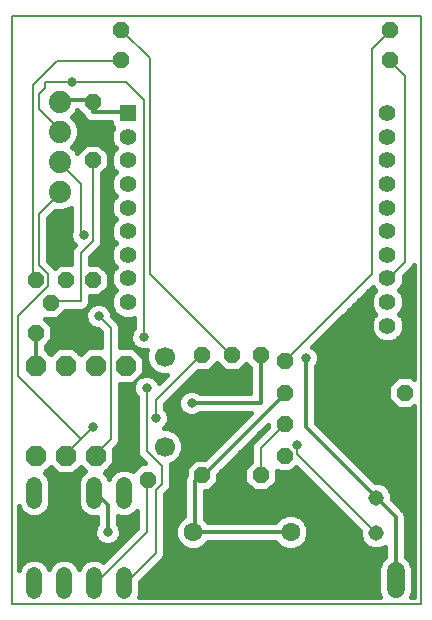
<source format=gtl>
G75*
%MOIN*%
%OFA0B0*%
%FSLAX24Y24*%
%IPPOS*%
%LPD*%
%AMOC8*
5,1,8,0,0,1.08239X$1,22.5*
%
%ADD10C,0.0080*%
%ADD11C,0.0560*%
%ADD12R,0.0560X0.0560*%
%ADD13C,0.0740*%
%ADD14OC8,0.0680*%
%ADD15OC8,0.0560*%
%ADD16OC8,0.0520*%
%ADD17C,0.0600*%
%ADD18C,0.0515*%
%ADD19C,0.0669*%
%ADD20OC8,0.0630*%
%ADD21C,0.0630*%
%ADD22C,0.0520*%
%ADD23C,0.0120*%
%ADD24C,0.0320*%
%ADD25C,0.0160*%
D10*
X002979Y000787D02*
X002979Y020387D01*
X016629Y020387D01*
X016629Y000787D01*
X002979Y000787D01*
X005729Y001487D02*
X005779Y001487D01*
X007479Y003187D01*
X007479Y004887D01*
X007529Y004937D01*
X007779Y004587D02*
X007979Y004787D01*
X007979Y005387D01*
X007479Y005887D01*
X007479Y007987D01*
X007779Y007587D02*
X007779Y006987D01*
X007779Y007587D02*
X009279Y009087D01*
X009329Y009087D01*
X010279Y009087D02*
X010329Y009087D01*
X010279Y009087D02*
X007579Y011787D01*
X007579Y018987D01*
X006629Y019937D01*
X006629Y018937D02*
X006579Y018887D01*
X004479Y018887D01*
X003679Y018087D01*
X003679Y011687D01*
X003779Y011587D01*
X004179Y011387D02*
X003179Y010387D01*
X003179Y008387D01*
X005279Y006287D01*
X005679Y006687D01*
X005279Y006287D02*
X004779Y005787D01*
X004779Y005737D01*
X005779Y005737D02*
X005779Y005787D01*
X006279Y006287D01*
X006279Y009987D01*
X005879Y010387D01*
X005279Y010887D02*
X005279Y012487D01*
X005679Y012887D01*
X005679Y015587D01*
X005279Y014787D02*
X004579Y015487D01*
X004579Y015537D01*
X004579Y014537D02*
X004579Y014487D01*
X003879Y013787D01*
X003879Y012087D01*
X004179Y011787D01*
X004179Y011387D01*
X004279Y010887D02*
X004279Y010837D01*
X004279Y010887D02*
X005279Y010887D01*
X005379Y013087D02*
X005279Y013187D01*
X005279Y014787D01*
X004579Y016537D02*
X004579Y016587D01*
X003879Y017287D01*
X003879Y017787D01*
X004079Y017987D01*
X004079Y018187D01*
X004979Y018187D01*
X006779Y018187D01*
X007379Y017587D01*
X007379Y009687D01*
X007779Y004587D02*
X007779Y002487D01*
X006779Y001487D01*
X006729Y001487D01*
X011279Y005087D02*
X011279Y005987D01*
X012079Y006787D01*
X012479Y006087D02*
X012479Y005787D01*
X015079Y003187D01*
X015129Y003147D01*
X012079Y008887D02*
X014979Y011787D01*
X014979Y019287D01*
X015579Y019887D01*
X015579Y019937D01*
X015579Y018937D02*
X015579Y018887D01*
X016079Y018387D01*
X016079Y012187D01*
X015579Y011687D01*
X015510Y011641D01*
D11*
X015510Y011641D03*
X015510Y012428D03*
X015510Y013216D03*
X015510Y014003D03*
X015510Y014791D03*
X015510Y015578D03*
X015510Y016365D03*
X015510Y017153D03*
X015510Y010854D03*
X015510Y010066D03*
X006848Y010066D03*
X006848Y010854D03*
X006848Y011641D03*
X006848Y012428D03*
X006848Y013216D03*
X006848Y014003D03*
X006848Y014791D03*
X006848Y015578D03*
X006848Y016365D03*
D12*
X006848Y017153D03*
D13*
X004579Y017537D03*
X004579Y016537D03*
X004579Y015537D03*
X004579Y014537D03*
X004579Y013537D03*
D14*
X004779Y008737D03*
X003779Y008737D03*
X005779Y008737D03*
X006779Y008737D03*
X006779Y005737D03*
X005779Y005737D03*
X004779Y005737D03*
X003779Y005737D03*
D15*
X003779Y009837D03*
X004779Y009837D03*
X007529Y004937D03*
X008529Y004937D03*
X005679Y016537D03*
X005679Y017537D03*
D16*
X006629Y018937D03*
X006629Y019937D03*
X005679Y015587D03*
X005679Y011587D03*
X004779Y011587D03*
X004279Y010837D03*
X003779Y011587D03*
X009329Y009087D03*
X010329Y009087D03*
X011279Y009087D03*
X012079Y008887D03*
X012079Y007837D03*
X012079Y006787D03*
X012079Y005737D03*
X011279Y005087D03*
X010329Y005087D03*
X009329Y005087D03*
X016079Y005737D03*
X016079Y006787D03*
X016079Y007837D03*
X016079Y008887D03*
X015579Y018937D03*
X015579Y019937D03*
D17*
X015779Y001887D02*
X015779Y001287D01*
X014779Y001287D02*
X014779Y001887D01*
D18*
X015129Y003147D03*
X015129Y004328D03*
D19*
X008079Y006037D03*
X008079Y009037D03*
D20*
X009029Y001787D03*
X012279Y001787D03*
D21*
X012279Y003187D03*
X009029Y003187D03*
D22*
X006729Y004227D02*
X006729Y004747D01*
X005729Y004747D02*
X005729Y004227D01*
X004729Y004227D02*
X004729Y004747D01*
X003729Y004747D02*
X003729Y004227D01*
X003729Y001747D02*
X003729Y001227D01*
X004729Y001227D02*
X004729Y001747D01*
X005729Y001747D02*
X005729Y001227D01*
X006729Y001227D02*
X006729Y001747D01*
D23*
X006179Y003187D02*
X006179Y004087D01*
X005779Y004487D01*
X005729Y004487D01*
X006779Y005737D02*
X006779Y007887D01*
X007379Y008487D01*
X007379Y008987D01*
X006879Y009487D01*
X006879Y009987D01*
X006848Y010066D01*
X006779Y010087D01*
X006279Y010587D01*
X006279Y013587D01*
X006279Y015887D01*
X005679Y016487D01*
X005679Y016537D01*
X005679Y017187D02*
X005679Y017537D01*
X005679Y017587D01*
X004579Y017587D01*
X004579Y017537D01*
X005679Y017187D02*
X006779Y017187D01*
X006848Y017153D01*
X003779Y009837D02*
X003779Y008737D01*
X008479Y003987D02*
X008179Y003687D01*
X008179Y002587D01*
X008979Y001787D01*
X009029Y001787D01*
X012279Y001787D01*
X012279Y003187D02*
X009079Y003187D01*
X009029Y003187D01*
X009079Y003187D02*
X009079Y004887D01*
X009279Y005087D01*
X009329Y005087D01*
X009379Y005087D01*
X012079Y007787D01*
X012079Y007837D01*
X011279Y007487D02*
X011279Y009087D01*
X011279Y007487D02*
X008979Y007487D01*
X008529Y004937D02*
X008479Y004887D01*
X008479Y003987D01*
X012779Y006687D02*
X012779Y008987D01*
X012779Y006687D02*
X015079Y004387D01*
X015129Y004328D01*
X015179Y004287D01*
X015779Y003687D01*
X015779Y001587D01*
X016079Y005737D02*
X016079Y006787D01*
X015479Y007387D01*
X015479Y008287D01*
X016079Y008887D01*
D24*
X012779Y008987D03*
X012479Y006087D03*
X008979Y007487D03*
X007779Y006987D03*
X007479Y007987D03*
X007379Y009687D03*
X005879Y010387D03*
X005379Y013087D03*
X006279Y013587D03*
X004979Y018187D03*
X005679Y006687D03*
X006179Y003187D03*
X008179Y003687D03*
D25*
X008099Y003620D02*
X008620Y003620D01*
X008692Y003692D02*
X008525Y003524D01*
X008434Y003306D01*
X008434Y003069D01*
X008525Y002850D01*
X008692Y002683D01*
X008911Y002592D01*
X009147Y002592D01*
X009366Y002683D01*
X009530Y002847D01*
X011778Y002847D01*
X011942Y002683D01*
X012161Y002592D01*
X012397Y002592D01*
X012616Y002683D01*
X012783Y002850D01*
X012874Y003069D01*
X012874Y003306D01*
X012783Y003524D01*
X012616Y003692D01*
X012397Y003782D01*
X012161Y003782D01*
X011942Y003692D01*
X011778Y003527D01*
X009530Y003527D01*
X009419Y003639D01*
X009419Y004547D01*
X009553Y004547D01*
X009869Y004864D01*
X009869Y005097D01*
X011539Y006767D01*
X011539Y006700D01*
X011098Y006259D01*
X011008Y006169D01*
X010959Y006051D01*
X010959Y005531D01*
X010739Y005311D01*
X010739Y004864D01*
X011055Y004547D01*
X011503Y004547D01*
X011819Y004864D01*
X011819Y005234D01*
X011855Y005197D01*
X012303Y005197D01*
X012460Y005354D01*
X014592Y003222D01*
X014592Y003040D01*
X014673Y002842D01*
X014825Y002691D01*
X015022Y002609D01*
X015236Y002609D01*
X015433Y002691D01*
X015439Y002697D01*
X015439Y002368D01*
X015287Y002216D01*
X015199Y002003D01*
X015199Y001172D01*
X015259Y001027D01*
X007231Y001027D01*
X007269Y001120D01*
X007269Y001525D01*
X007960Y002216D01*
X008050Y002306D01*
X008099Y002424D01*
X008099Y004455D01*
X008160Y004516D01*
X008250Y004606D01*
X008299Y004724D01*
X008299Y005451D01*
X008295Y005462D01*
X008427Y005516D01*
X008600Y005689D01*
X008694Y005915D01*
X008694Y006160D01*
X008600Y006386D01*
X008427Y006559D01*
X008201Y006652D01*
X008066Y006652D01*
X008152Y006738D01*
X008219Y006900D01*
X008219Y007075D01*
X008152Y007237D01*
X008099Y007290D01*
X008099Y007455D01*
X009192Y008547D01*
X009553Y008547D01*
X009829Y008824D01*
X010105Y008547D01*
X010553Y008547D01*
X010804Y008799D01*
X010939Y008664D01*
X010939Y007827D01*
X009261Y007827D01*
X009228Y007860D01*
X009067Y007927D01*
X008892Y007927D01*
X008730Y007860D01*
X008606Y007737D01*
X008539Y007575D01*
X008539Y007400D01*
X008606Y007238D01*
X008730Y007114D01*
X008892Y007047D01*
X009067Y007047D01*
X009228Y007114D01*
X009261Y007147D01*
X010958Y007147D01*
X009438Y005627D01*
X009105Y005627D01*
X008789Y005311D01*
X008789Y005076D01*
X008739Y004955D01*
X008739Y003711D01*
X008692Y003692D01*
X008739Y003778D02*
X008099Y003778D01*
X008099Y003937D02*
X008739Y003937D01*
X008739Y004095D02*
X008099Y004095D01*
X008099Y004254D02*
X008739Y004254D01*
X008739Y004412D02*
X008099Y004412D01*
X008215Y004571D02*
X008739Y004571D01*
X008739Y004729D02*
X008299Y004729D01*
X008299Y004888D02*
X008739Y004888D01*
X008777Y005046D02*
X008299Y005046D01*
X008299Y005205D02*
X008789Y005205D01*
X008841Y005363D02*
X008299Y005363D01*
X008433Y005522D02*
X009000Y005522D01*
X008591Y005680D02*
X009491Y005680D01*
X009650Y005839D02*
X008662Y005839D01*
X008694Y005997D02*
X009808Y005997D01*
X009967Y006156D02*
X008694Y006156D01*
X008630Y006314D02*
X010125Y006314D01*
X010284Y006473D02*
X008513Y006473D01*
X008251Y006631D02*
X010442Y006631D01*
X010601Y006790D02*
X008173Y006790D01*
X008219Y006948D02*
X010759Y006948D01*
X010918Y007107D02*
X009210Y007107D01*
X008748Y007107D02*
X008206Y007107D01*
X008123Y007265D02*
X008595Y007265D01*
X008539Y007424D02*
X008099Y007424D01*
X008227Y007582D02*
X008542Y007582D01*
X008610Y007741D02*
X008385Y007741D01*
X008544Y007899D02*
X008824Y007899D01*
X008702Y008058D02*
X010939Y008058D01*
X010939Y008216D02*
X008861Y008216D01*
X009019Y008375D02*
X010939Y008375D01*
X010939Y008533D02*
X009178Y008533D01*
X009697Y008692D02*
X009961Y008692D01*
X010697Y008692D02*
X010911Y008692D01*
X010939Y007899D02*
X009134Y007899D01*
X008162Y008423D02*
X007888Y008149D01*
X007852Y008237D01*
X007728Y008360D01*
X007567Y008427D01*
X007392Y008427D01*
X007314Y008395D01*
X007399Y008481D01*
X007399Y008994D01*
X007036Y009357D01*
X006599Y009357D01*
X006599Y010051D01*
X006550Y010169D01*
X006319Y010400D01*
X006319Y010475D01*
X006252Y010637D01*
X006128Y010760D01*
X005967Y010827D01*
X005792Y010827D01*
X005630Y010760D01*
X005506Y010637D01*
X005439Y010475D01*
X005439Y010300D01*
X005506Y010138D01*
X005630Y010014D01*
X005792Y009947D01*
X005866Y009947D01*
X005959Y009855D01*
X005959Y009357D01*
X005522Y009357D01*
X005279Y009114D01*
X005036Y009357D01*
X004522Y009357D01*
X004279Y009114D01*
X004119Y009274D01*
X004119Y009385D01*
X004339Y009605D01*
X004339Y010069D01*
X004111Y010297D01*
X004503Y010297D01*
X004773Y010567D01*
X005343Y010567D01*
X005460Y010616D01*
X005550Y010706D01*
X005599Y010824D01*
X005599Y011047D01*
X005903Y011047D01*
X006219Y011364D01*
X006219Y011811D01*
X005903Y012127D01*
X005599Y012127D01*
X005599Y012355D01*
X005860Y012616D01*
X005950Y012706D01*
X005999Y012824D01*
X005999Y015144D01*
X006219Y015364D01*
X006219Y015811D01*
X005903Y016127D01*
X005455Y016127D01*
X005160Y015832D01*
X005130Y015906D01*
X004998Y016037D01*
X005130Y016169D01*
X005229Y016408D01*
X005229Y016667D01*
X005130Y016906D01*
X004998Y017037D01*
X005130Y017169D01*
X005162Y017247D01*
X005177Y017247D01*
X005363Y017061D01*
X005391Y016995D01*
X005486Y016899D01*
X005611Y016847D01*
X006288Y016847D01*
X006288Y016817D01*
X006331Y016714D01*
X006370Y016675D01*
X006288Y016477D01*
X006288Y016254D01*
X006374Y016048D01*
X006450Y015972D01*
X006374Y015895D01*
X006288Y015689D01*
X006288Y015467D01*
X006374Y015261D01*
X006450Y015184D01*
X006374Y015108D01*
X006288Y014902D01*
X006288Y014679D01*
X006374Y014473D01*
X006450Y014397D01*
X006374Y014320D01*
X006288Y014115D01*
X006288Y013892D01*
X006374Y013686D01*
X006450Y013609D01*
X006374Y013533D01*
X006288Y013327D01*
X006288Y013104D01*
X006374Y012899D01*
X006450Y012822D01*
X006374Y012746D01*
X006288Y012540D01*
X006288Y012317D01*
X006374Y012111D01*
X006450Y012035D01*
X006374Y011958D01*
X006288Y011752D01*
X006288Y011530D01*
X006374Y011324D01*
X006450Y011247D01*
X006374Y011171D01*
X006288Y010965D01*
X006288Y010742D01*
X006374Y010536D01*
X006531Y010379D01*
X006737Y010294D01*
X006960Y010294D01*
X007059Y010335D01*
X007059Y009990D01*
X007006Y009937D01*
X006939Y009775D01*
X006939Y009600D01*
X007006Y009438D01*
X007130Y009314D01*
X007292Y009247D01*
X007467Y009247D01*
X007508Y009265D01*
X007464Y009160D01*
X007464Y008915D01*
X007558Y008689D01*
X007731Y008516D01*
X007957Y008423D01*
X008162Y008423D01*
X008114Y008375D02*
X007693Y008375D01*
X007714Y008533D02*
X007399Y008533D01*
X007399Y008692D02*
X007557Y008692D01*
X007491Y008850D02*
X007399Y008850D01*
X007384Y009009D02*
X007464Y009009D01*
X007468Y009167D02*
X007226Y009167D01*
X007118Y009326D02*
X007067Y009326D01*
X006987Y009484D02*
X006599Y009484D01*
X006599Y009643D02*
X006939Y009643D01*
X006950Y009801D02*
X006599Y009801D01*
X006599Y009960D02*
X007029Y009960D01*
X007059Y010118D02*
X006571Y010118D01*
X006442Y010277D02*
X007059Y010277D01*
X006474Y010435D02*
X006319Y010435D01*
X006350Y010594D02*
X006270Y010594D01*
X006288Y010752D02*
X006136Y010752D01*
X006288Y010911D02*
X005599Y010911D01*
X005622Y010752D02*
X005569Y010752D01*
X005488Y010594D02*
X005407Y010594D01*
X005439Y010435D02*
X004641Y010435D01*
X004290Y010118D02*
X005526Y010118D01*
X005449Y010277D02*
X004131Y010277D01*
X004339Y009960D02*
X005761Y009960D01*
X005959Y009801D02*
X004339Y009801D01*
X004339Y009643D02*
X005959Y009643D01*
X005959Y009484D02*
X004218Y009484D01*
X004119Y009326D02*
X004491Y009326D01*
X004332Y009167D02*
X004226Y009167D01*
X005067Y009326D02*
X005491Y009326D01*
X005332Y009167D02*
X005226Y009167D01*
X006599Y008117D02*
X007036Y008117D01*
X007071Y008153D01*
X007039Y008075D01*
X007039Y007900D01*
X007106Y007738D01*
X007159Y007685D01*
X007159Y005824D01*
X007208Y005706D01*
X007298Y005616D01*
X007416Y005497D01*
X007297Y005497D01*
X007014Y005214D01*
X006836Y005287D01*
X006622Y005287D01*
X006423Y005205D01*
X006123Y005205D01*
X006079Y005161D02*
X006399Y005481D01*
X006399Y005955D01*
X006460Y006016D01*
X006550Y006106D01*
X006599Y006224D01*
X006599Y008117D01*
X006599Y008058D02*
X007039Y008058D01*
X007039Y007899D02*
X006599Y007899D01*
X006599Y007741D02*
X007105Y007741D01*
X007159Y007582D02*
X006599Y007582D01*
X006599Y007424D02*
X007159Y007424D01*
X007159Y007265D02*
X006599Y007265D01*
X006599Y007107D02*
X007159Y007107D01*
X007159Y006948D02*
X006599Y006948D01*
X006599Y006790D02*
X007159Y006790D01*
X007159Y006631D02*
X006599Y006631D01*
X006599Y006473D02*
X007159Y006473D01*
X007159Y006314D02*
X006599Y006314D01*
X006571Y006156D02*
X007159Y006156D01*
X007159Y005997D02*
X006442Y005997D01*
X006399Y005839D02*
X007159Y005839D01*
X007233Y005680D02*
X006399Y005680D01*
X006399Y005522D02*
X007392Y005522D01*
X007163Y005363D02*
X006282Y005363D01*
X006423Y005205D02*
X006271Y005053D01*
X006229Y004951D01*
X006187Y005053D01*
X006079Y005161D01*
X006190Y005046D02*
X006268Y005046D01*
X005431Y005209D02*
X005423Y005205D01*
X005123Y005205D01*
X005036Y005117D02*
X005279Y005361D01*
X005431Y005209D01*
X005423Y005205D02*
X005271Y005053D01*
X005189Y004855D01*
X005189Y004120D01*
X005271Y003922D01*
X005423Y003770D01*
X005622Y003687D01*
X005836Y003687D01*
X005839Y003689D01*
X005839Y003470D01*
X005806Y003437D01*
X005739Y003275D01*
X005739Y003100D01*
X005806Y002938D01*
X005930Y002814D01*
X006092Y002747D01*
X006267Y002747D01*
X006428Y002814D01*
X006552Y002938D01*
X006619Y003100D01*
X006619Y003275D01*
X006552Y003437D01*
X006519Y003470D01*
X006519Y003730D01*
X006622Y003687D01*
X006836Y003687D01*
X007035Y003770D01*
X007159Y003894D01*
X007159Y003320D01*
X006040Y002201D01*
X006035Y002205D01*
X005836Y002287D01*
X005622Y002287D01*
X005423Y002205D01*
X005271Y002053D01*
X005229Y001951D01*
X005187Y002053D01*
X005035Y002205D01*
X004836Y002287D01*
X004622Y002287D01*
X004423Y002205D01*
X004271Y002053D01*
X004229Y001951D01*
X004187Y002053D01*
X004035Y002205D01*
X003836Y002287D01*
X003622Y002287D01*
X003423Y002205D01*
X003271Y002053D01*
X003219Y001927D01*
X003219Y004048D01*
X003271Y003922D01*
X003423Y003770D01*
X003622Y003687D01*
X003836Y003687D01*
X004035Y003770D01*
X004187Y003922D01*
X004269Y004120D01*
X004269Y004855D01*
X004187Y005053D01*
X004079Y005161D01*
X004279Y005361D01*
X004522Y005117D01*
X005036Y005117D01*
X005203Y004888D02*
X004255Y004888D01*
X004269Y004729D02*
X005189Y004729D01*
X005189Y004571D02*
X004269Y004571D01*
X004269Y004412D02*
X005189Y004412D01*
X005189Y004254D02*
X004269Y004254D01*
X004259Y004095D02*
X005199Y004095D01*
X005265Y003937D02*
X004193Y003937D01*
X004044Y003778D02*
X005414Y003778D01*
X005839Y003620D02*
X003219Y003620D01*
X003219Y003778D02*
X003414Y003778D01*
X003265Y003937D02*
X003219Y003937D01*
X003219Y003461D02*
X005831Y003461D01*
X005751Y003303D02*
X003219Y003303D01*
X003219Y003144D02*
X005739Y003144D01*
X005786Y002986D02*
X003219Y002986D01*
X003219Y002827D02*
X005917Y002827D01*
X006349Y002510D02*
X003219Y002510D01*
X003219Y002352D02*
X006191Y002352D01*
X006508Y002669D02*
X003219Y002669D01*
X003219Y002193D02*
X003411Y002193D01*
X003264Y002035D02*
X003219Y002035D01*
X004047Y002193D02*
X004411Y002193D01*
X004264Y002035D02*
X004194Y002035D01*
X005047Y002193D02*
X005411Y002193D01*
X005264Y002035D02*
X005194Y002035D01*
X006441Y002827D02*
X006666Y002827D01*
X006572Y002986D02*
X006825Y002986D01*
X006983Y003144D02*
X006619Y003144D01*
X006607Y003303D02*
X007142Y003303D01*
X007159Y003461D02*
X006527Y003461D01*
X006519Y003620D02*
X007159Y003620D01*
X007159Y003778D02*
X007044Y003778D01*
X008069Y002352D02*
X015423Y002352D01*
X015439Y002510D02*
X008099Y002510D01*
X008099Y002669D02*
X008726Y002669D01*
X008548Y002827D02*
X008099Y002827D01*
X008099Y002986D02*
X008468Y002986D01*
X008434Y003144D02*
X008099Y003144D01*
X008099Y003303D02*
X008434Y003303D01*
X008499Y003461D02*
X008099Y003461D01*
X007938Y002193D02*
X015278Y002193D01*
X015212Y002035D02*
X007779Y002035D01*
X007621Y001876D02*
X015199Y001876D01*
X015199Y001718D02*
X007462Y001718D01*
X007304Y001559D02*
X015199Y001559D01*
X015199Y001401D02*
X007269Y001401D01*
X007269Y001242D02*
X015199Y001242D01*
X015236Y001084D02*
X007254Y001084D01*
X009332Y002669D02*
X011976Y002669D01*
X011798Y002827D02*
X009510Y002827D01*
X009438Y003620D02*
X011870Y003620D01*
X012151Y003778D02*
X009419Y003778D01*
X009419Y003937D02*
X013877Y003937D01*
X013718Y004095D02*
X009419Y004095D01*
X009419Y004254D02*
X013560Y004254D01*
X013401Y004412D02*
X009419Y004412D01*
X009576Y004571D02*
X011032Y004571D01*
X010873Y004729D02*
X009735Y004729D01*
X009869Y004888D02*
X010739Y004888D01*
X010739Y005046D02*
X009869Y005046D01*
X009977Y005205D02*
X010739Y005205D01*
X010791Y005363D02*
X010136Y005363D01*
X010294Y005522D02*
X010950Y005522D01*
X010959Y005680D02*
X010453Y005680D01*
X010611Y005839D02*
X010959Y005839D01*
X010959Y005997D02*
X010770Y005997D01*
X010928Y006156D02*
X011002Y006156D01*
X011087Y006314D02*
X011153Y006314D01*
X011245Y006473D02*
X011312Y006473D01*
X011404Y006631D02*
X011470Y006631D01*
X011819Y005205D02*
X011848Y005205D01*
X011819Y005046D02*
X012767Y005046D01*
X012926Y004888D02*
X011819Y004888D01*
X011685Y004729D02*
X013084Y004729D01*
X013243Y004571D02*
X011526Y004571D01*
X012310Y005205D02*
X012609Y005205D01*
X012407Y003778D02*
X014035Y003778D01*
X014194Y003620D02*
X012688Y003620D01*
X012810Y003461D02*
X014352Y003461D01*
X014511Y003303D02*
X012874Y003303D01*
X012874Y003144D02*
X014592Y003144D01*
X014614Y002986D02*
X012840Y002986D01*
X012760Y002827D02*
X014688Y002827D01*
X014878Y002669D02*
X012582Y002669D01*
X014584Y005363D02*
X016389Y005363D01*
X016389Y005205D02*
X014742Y005205D01*
X014901Y005046D02*
X016389Y005046D01*
X016389Y004888D02*
X015059Y004888D01*
X015082Y004865D02*
X013119Y006828D01*
X013119Y008705D01*
X013152Y008738D01*
X013219Y008900D01*
X013219Y009075D01*
X013152Y009237D01*
X013028Y009360D01*
X013012Y009367D01*
X015015Y011371D01*
X015035Y011324D01*
X015111Y011247D01*
X015035Y011171D01*
X014950Y010965D01*
X014950Y010742D01*
X015035Y010536D01*
X015111Y010460D01*
X015035Y010383D01*
X014950Y010178D01*
X014950Y009955D01*
X015035Y009749D01*
X015193Y009591D01*
X015398Y009506D01*
X015621Y009506D01*
X015827Y009591D01*
X015984Y009749D01*
X016070Y009955D01*
X016070Y010178D01*
X015984Y010383D01*
X015908Y010460D01*
X015984Y010536D01*
X016070Y010742D01*
X016070Y010965D01*
X015984Y011171D01*
X015908Y011247D01*
X015984Y011324D01*
X016070Y011530D01*
X016070Y011726D01*
X016350Y012006D01*
X016389Y012100D01*
X016389Y008291D01*
X016303Y008377D01*
X015855Y008377D01*
X015539Y008061D01*
X015539Y007614D01*
X015855Y007297D01*
X016303Y007297D01*
X016389Y007384D01*
X016389Y001027D01*
X016299Y001027D01*
X016359Y001172D01*
X016359Y002003D01*
X016271Y002216D01*
X016119Y002368D01*
X016119Y003755D01*
X016067Y003880D01*
X015972Y003976D01*
X015667Y004281D01*
X015667Y004435D01*
X015585Y004632D01*
X015433Y004784D01*
X015236Y004865D01*
X015082Y004865D01*
X015488Y004729D02*
X016389Y004729D01*
X016389Y004571D02*
X015610Y004571D01*
X015667Y004412D02*
X016389Y004412D01*
X016389Y004254D02*
X015693Y004254D01*
X015852Y004095D02*
X016389Y004095D01*
X016389Y003937D02*
X016010Y003937D01*
X016109Y003778D02*
X016389Y003778D01*
X016389Y003620D02*
X016119Y003620D01*
X016119Y003461D02*
X016389Y003461D01*
X016389Y003303D02*
X016119Y003303D01*
X016119Y003144D02*
X016389Y003144D01*
X016389Y002986D02*
X016119Y002986D01*
X016119Y002827D02*
X016389Y002827D01*
X016389Y002669D02*
X016119Y002669D01*
X016119Y002510D02*
X016389Y002510D01*
X016389Y002352D02*
X016135Y002352D01*
X016280Y002193D02*
X016389Y002193D01*
X016389Y002035D02*
X016346Y002035D01*
X016359Y001876D02*
X016389Y001876D01*
X016389Y001718D02*
X016359Y001718D01*
X016359Y001559D02*
X016389Y001559D01*
X016389Y001401D02*
X016359Y001401D01*
X016359Y001242D02*
X016389Y001242D01*
X016389Y001084D02*
X016323Y001084D01*
X015439Y002669D02*
X015380Y002669D01*
X014425Y005522D02*
X016389Y005522D01*
X016389Y005680D02*
X014267Y005680D01*
X014108Y005839D02*
X016389Y005839D01*
X016389Y005997D02*
X013950Y005997D01*
X013791Y006156D02*
X016389Y006156D01*
X016389Y006314D02*
X013633Y006314D01*
X013474Y006473D02*
X016389Y006473D01*
X016389Y006631D02*
X013316Y006631D01*
X013157Y006790D02*
X016389Y006790D01*
X016389Y006948D02*
X013119Y006948D01*
X013119Y007107D02*
X016389Y007107D01*
X016389Y007265D02*
X013119Y007265D01*
X013119Y007424D02*
X015729Y007424D01*
X015570Y007582D02*
X013119Y007582D01*
X013119Y007741D02*
X015539Y007741D01*
X015539Y007899D02*
X013119Y007899D01*
X013119Y008058D02*
X015539Y008058D01*
X015694Y008216D02*
X013119Y008216D01*
X013119Y008375D02*
X015853Y008375D01*
X016305Y008375D02*
X016389Y008375D01*
X016389Y008533D02*
X013119Y008533D01*
X013119Y008692D02*
X016389Y008692D01*
X016389Y008850D02*
X013199Y008850D01*
X013219Y009009D02*
X016389Y009009D01*
X016389Y009167D02*
X013181Y009167D01*
X013063Y009326D02*
X016389Y009326D01*
X016389Y009484D02*
X013129Y009484D01*
X013287Y009643D02*
X015141Y009643D01*
X015013Y009801D02*
X013446Y009801D01*
X013604Y009960D02*
X014950Y009960D01*
X014950Y010118D02*
X013763Y010118D01*
X013921Y010277D02*
X014991Y010277D01*
X015087Y010435D02*
X014080Y010435D01*
X014238Y010594D02*
X015011Y010594D01*
X014950Y010752D02*
X014397Y010752D01*
X014555Y010911D02*
X014950Y010911D01*
X014993Y011069D02*
X014714Y011069D01*
X014872Y011228D02*
X015092Y011228D01*
X015927Y011228D02*
X016389Y011228D01*
X016389Y011386D02*
X016010Y011386D01*
X016070Y011545D02*
X016389Y011545D01*
X016389Y011703D02*
X016070Y011703D01*
X016206Y011862D02*
X016389Y011862D01*
X016389Y012020D02*
X016356Y012020D01*
X016389Y011069D02*
X016026Y011069D01*
X016070Y010911D02*
X016389Y010911D01*
X016389Y010752D02*
X016070Y010752D01*
X016008Y010594D02*
X016389Y010594D01*
X016389Y010435D02*
X015932Y010435D01*
X016029Y010277D02*
X016389Y010277D01*
X016389Y010118D02*
X016070Y010118D01*
X016070Y009960D02*
X016389Y009960D01*
X016389Y009801D02*
X016006Y009801D01*
X015878Y009643D02*
X016389Y009643D01*
X007955Y008216D02*
X007860Y008216D01*
X006332Y011069D02*
X005925Y011069D01*
X006083Y011228D02*
X006431Y011228D01*
X006348Y011386D02*
X006219Y011386D01*
X006219Y011545D02*
X006288Y011545D01*
X006288Y011703D02*
X006219Y011703D01*
X006168Y011862D02*
X006334Y011862D01*
X006436Y012020D02*
X006010Y012020D01*
X006345Y012179D02*
X005599Y012179D01*
X005599Y012337D02*
X006288Y012337D01*
X006288Y012496D02*
X005740Y012496D01*
X005899Y012654D02*
X006336Y012654D01*
X006441Y012813D02*
X005995Y012813D01*
X005999Y012971D02*
X006343Y012971D01*
X006288Y013130D02*
X005999Y013130D01*
X005999Y013288D02*
X006288Y013288D01*
X006338Y013447D02*
X005999Y013447D01*
X005999Y013605D02*
X006446Y013605D01*
X006341Y013764D02*
X005999Y013764D01*
X005999Y013922D02*
X006288Y013922D01*
X006288Y014081D02*
X005999Y014081D01*
X005999Y014239D02*
X006340Y014239D01*
X006449Y014398D02*
X005999Y014398D01*
X005999Y014556D02*
X006339Y014556D01*
X006288Y014715D02*
X005999Y014715D01*
X005999Y014873D02*
X006288Y014873D01*
X006342Y015032D02*
X005999Y015032D01*
X006046Y015190D02*
X006444Y015190D01*
X006337Y015349D02*
X006204Y015349D01*
X006219Y015507D02*
X006288Y015507D01*
X006288Y015666D02*
X006219Y015666D01*
X006206Y015824D02*
X006344Y015824D01*
X006439Y015983D02*
X006047Y015983D01*
X006335Y016141D02*
X005102Y016141D01*
X005053Y015983D02*
X005311Y015983D01*
X005184Y016300D02*
X006288Y016300D01*
X006288Y016458D02*
X005229Y016458D01*
X005229Y016617D02*
X006346Y016617D01*
X006306Y016775D02*
X005184Y016775D01*
X005102Y016934D02*
X005452Y016934D01*
X005332Y017092D02*
X005053Y017092D01*
X004959Y013998D02*
X004959Y013223D01*
X004939Y013175D01*
X004939Y013000D01*
X005006Y012838D01*
X005092Y012753D01*
X005008Y012669D01*
X004959Y012551D01*
X004959Y012127D01*
X004555Y012127D01*
X004423Y011996D01*
X004360Y012059D01*
X004199Y012220D01*
X004199Y013655D01*
X004437Y013893D01*
X004450Y013887D01*
X004708Y013887D01*
X004947Y013986D01*
X004959Y013998D01*
X004959Y013922D02*
X004793Y013922D01*
X004959Y013764D02*
X004308Y013764D01*
X004199Y013605D02*
X004959Y013605D01*
X004959Y013447D02*
X004199Y013447D01*
X004199Y013288D02*
X004959Y013288D01*
X004939Y013130D02*
X004199Y013130D01*
X004199Y012971D02*
X004951Y012971D01*
X005031Y012813D02*
X004199Y012813D01*
X004199Y012654D02*
X005002Y012654D01*
X004959Y012496D02*
X004199Y012496D01*
X004199Y012337D02*
X004959Y012337D01*
X004959Y012179D02*
X004240Y012179D01*
X004399Y012020D02*
X004448Y012020D01*
X004435Y005205D02*
X004123Y005205D01*
X004190Y005046D02*
X005268Y005046D01*
M02*

</source>
